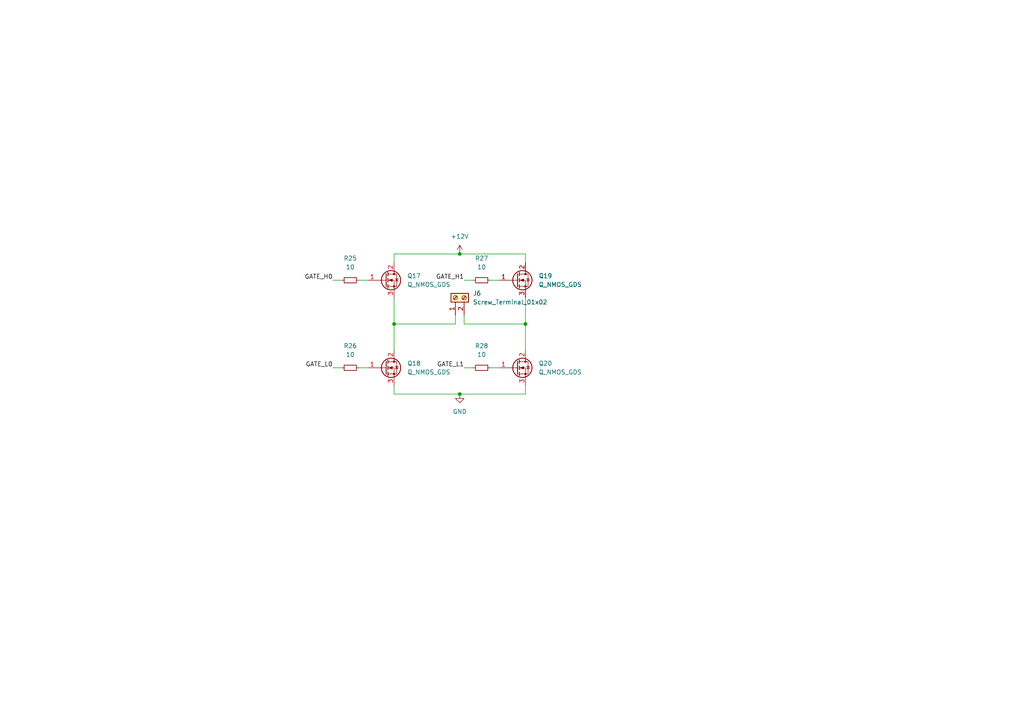
<source format=kicad_sch>
(kicad_sch (version 20211123) (generator eeschema)
  (paper "A4")
  (lib_symbols
    (symbol "Connector:Screw_Terminal_01x02" (pin_names (offset 1.016) hide)
      (property "Reference" "J" (at 0 2.54 0))
      (property "Value" "Screw_Terminal_01x02" (at 0 -5.08 0))
      (symbol "Screw_Terminal_01x02_1_1"
        (rectangle (start -1.27 1.27) (end 1.27 -3.81) (stroke (width 0.254)) (fill (type background)))
        (circle (center 0 -2.54) (radius 0.635) (stroke (width 0.1524)))
        (polyline (pts (xy -0.5334 -2.2098) (xy 0.3302 -3.048)) (stroke (width 0.1524)))
        (polyline (pts (xy -0.5334 0.3302) (xy 0.3302 -0.508)) (stroke (width 0.1524)))
        (polyline (pts (xy -0.3556 -2.032) (xy 0.508 -2.8702)) (stroke (width 0.1524)))
        (polyline (pts (xy -0.3556 0.508) (xy 0.508 -0.3302)) (stroke (width 0.1524)))
        (circle (center 0 0) (radius 0.635) (stroke (width 0.1524)))
        (pin passive line (at -5.08 0 0) (length 3.81) (name "Pin_1") (number "1"))
        (pin passive line (at -5.08 -2.54 0) (length 3.81) (name "Pin_2") (number "2"))
      )
    )
    (symbol "Device:Q_NMOS_GDS" (pin_names (offset 0) hide)
      (property "Reference" "Q" (at 5.08 1.27 0))
      (property "Value" "Q_NMOS_GDS" (at 5.08 -1.27 0))
      (symbol "Q_NMOS_GDS_0_1"
        (polyline (pts (xy 0.254 0) (xy -2.54 0)))
        (polyline (pts (xy 0.254 1.905) (xy 0.254 -1.905)) (stroke (width 0.254)))
        (polyline (pts (xy 0.762 -1.27) (xy 0.762 -2.286)) (stroke (width 0.254)))
        (polyline (pts (xy 0.762 0.508) (xy 0.762 -0.508)) (stroke (width 0.254)))
        (polyline (pts (xy 0.762 2.286) (xy 0.762 1.27)) (stroke (width 0.254)))
        (polyline (pts (xy 2.54 2.54) (xy 2.54 1.778)))
        (polyline (pts (xy 2.54 -2.54) (xy 2.54 0) (xy 0.762 0)))
        (polyline (pts (xy 0.762 -1.778) (xy 3.302 -1.778) (xy 3.302 1.778) (xy 0.762 1.778)))
        (polyline (pts (xy 1.016 0) (xy 2.032 0.381) (xy 2.032 -0.381) (xy 1.016 0)) (fill (type outline)))
        (polyline (pts (xy 2.794 0.508) (xy 2.921 0.381) (xy 3.683 0.381) (xy 3.81 0.254)))
        (polyline (pts (xy 3.302 0.381) (xy 2.921 -0.254) (xy 3.683 -0.254) (xy 3.302 0.381)))
        (circle (center 1.651 0) (radius 2.794) (stroke (width 0.254)))
        (circle (center 2.54 -1.778) (radius 0.254) (fill (type outline)))
        (circle (center 2.54 1.778) (radius 0.254) (fill (type outline)))
      )
      (symbol "Q_NMOS_GDS_1_1"
        (pin input line (at -5.08 0 0) (length 2.54) (name "G") (number "1"))
        (pin passive line (at 2.54 5.08 270) (length 2.54) (name "D") (number "2"))
        (pin passive line (at 2.54 -5.08 90) (length 2.54) (name "S") (number "3"))
      )
    )
    (symbol "Device:R_Small" (pin_numbers hide) (pin_names (offset 0.254) hide)
      (property "Reference" "R" (at 0.762 0.508 0))
      (property "Value" "R_Small" (at 0.762 -1.016 0))
      (symbol "R_Small_0_1"
        (rectangle (start -0.762 1.778) (end 0.762 -1.778) (stroke (width 0.2032)))
      )
      (symbol "R_Small_1_1"
        (pin passive line (at 0 2.54 270) (length 0.762) (name "~") (number "1"))
        (pin passive line (at 0 -2.54 90) (length 0.762) (name "~") (number "2"))
      )
    )
    (symbol "power:+12V" (power) (pin_names (offset 0))
      (property "Value" "+12V" (at 0 3.556 0))
      (symbol "+12V_0_1"
        (polyline (pts (xy -0.762 1.27) (xy 0 2.54)))
        (polyline (pts (xy 0 0) (xy 0 2.54)))
        (polyline (pts (xy 0 2.54) (xy 0.762 1.27)))
      )
      (symbol "+12V_1_1"
        (pin power_in line (at 0 0 90) (length 0) hide (name "+12V") (number "1"))
      )
    )
    (symbol "power:GND" (power) (pin_names (offset 0))
      (property "Value" "GND" (at 0 -3.81 0))
      (symbol "GND_0_1"
        (polyline (pts (xy 0 0) (xy 0 -1.27) (xy 1.27 -1.27) (xy 0 -2.54) (xy -1.27 -1.27) (xy 0 -1.27)))
      )
      (symbol "GND_1_1"
        (pin power_in line (at 0 0 270) (length 0) hide (name "GND") (number "1"))
      )
    )
  )
  (junction (at 133.35 73.66))
  (junction (at 114.3 93.98))
  (junction (at 152.4 93.98))
  (junction (at 133.35 114.3))
  (wire (pts (xy 114.3 73.66) (xy 133.35 73.66)))
  (wire (pts (xy 114.3 114.3) (xy 133.35 114.3)))
  (wire (pts (xy 114.3 93.98) (xy 132.08 93.98)))
  (wire (pts (xy 114.3 86.36) (xy 114.3 93.98)))
  (wire (pts (xy 134.62 106.68) (xy 137.16 106.68)))
  (wire (pts (xy 133.35 114.3) (xy 152.4 114.3)))
  (wire (pts (xy 132.08 93.98) (xy 132.08 91.44)))
  (wire (pts (xy 104.14 106.68) (xy 106.68 106.68)))
  (wire (pts (xy 152.4 86.36) (xy 152.4 93.98)))
  (wire (pts (xy 114.3 111.76) (xy 114.3 114.3)))
  (wire (pts (xy 114.3 76.2) (xy 114.3 73.66)))
  (wire (pts (xy 142.24 81.28) (xy 144.78 81.28)))
  (wire (pts (xy 134.62 81.28) (xy 137.16 81.28)))
  (wire (pts (xy 152.4 73.66) (xy 152.4 76.2)))
  (wire (pts (xy 134.62 91.44) (xy 134.62 93.98)))
  (wire (pts (xy 104.14 81.28) (xy 106.68 81.28)))
  (wire (pts (xy 152.4 93.98) (xy 152.4 101.6)))
  (wire (pts (xy 133.35 73.66) (xy 152.4 73.66)))
  (wire (pts (xy 142.24 106.68) (xy 144.78 106.68)))
  (wire (pts (xy 96.52 106.68) (xy 99.06 106.68)))
  (wire (pts (xy 114.3 93.98) (xy 114.3 101.6)))
  (wire (pts (xy 134.62 93.98) (xy 152.4 93.98)))
  (wire (pts (xy 152.4 114.3) (xy 152.4 111.76)))
  (wire (pts (xy 96.52 81.28) (xy 99.06 81.28)))
  (label "GATE_L0" (at 96.52 106.68 180))
  (label "GATE_H1" (at 134.62 81.28 180))
  (label "GATE_L1" (at 134.62 106.68 180))
  (label "GATE_H0" (at 96.52 81.28 180))
  (symbol (lib_id "Device:R_Small") (at 101.6 106.68 90) (unit 1)
    (property "Reference" "R26" (at 101.6 100.33 90))
    (property "Value" "10" (at 101.6 102.87 90))
    (property "Footprint" "Resistor_SMD:R_0603_1608Metric" (effects hide))
  )
  (symbol (lib_id "Device:R_Small") (at 101.6 81.28 90) (unit 1)
    (property "Reference" "R25" (at 101.6 74.93 90))
    (property "Value" "10" (at 101.6 77.47 90))
    (property "Footprint" "Resistor_SMD:R_0603_1608Metric" (effects hide))
  )
  (symbol (lib_id "Connector:Screw_Terminal_01x02") (at 132.08 86.36 90) (unit 1)
    (property "Reference" "J6" (at 137.16 85.0899 90) (effects (justify right)))
    (property "Value" "Screw_Terminal_01x02" (at 137.16 87.6299 90) (effects (justify right)))
    (property "Footprint" "Connector_Wire:SolderWire-2.5sqmm_1x02_P8.8mm_D2.4mm_OD4.4mm" (effects hide))
  )
  (symbol (lib_id "power:GND") (at 133.35 114.3 0) (unit 1)
    (property "Reference" "#PWR047" (effects hide))
    (property "Value" "GND" (at 133.35 119.38 0))
  )
  (symbol (lib_id "Device:R_Small") (at 139.7 106.68 90) (unit 1)
    (property "Reference" "R28" (at 139.7 100.33 90))
    (property "Value" "10" (at 139.7 102.87 90))
    (property "Footprint" "Resistor_SMD:R_0603_1608Metric" (effects hide))
  )
  (symbol (lib_id "Device:Q_NMOS_GDS") (at 111.76 81.28 0) (unit 1)
    (property "Reference" "Q17" (at 118.11 80.0099 0) (effects (justify left)))
    (property "Value" "Q_NMOS_GDS" (at 118.11 82.5499 0) (effects (justify left)))
    (property "Footprint" "Package_TO_SOT_SMD:SOT-23" (effects hide))
  )
  (symbol (lib_id "Device:Q_NMOS_GDS") (at 149.86 106.68 0) (unit 1)
    (property "Reference" "Q20" (at 156.21 105.4099 0) (effects (justify left)))
    (property "Value" "Q_NMOS_GDS" (at 156.21 107.9499 0) (effects (justify left)))
    (property "Footprint" "Package_TO_SOT_SMD:SOT-23" (effects hide))
  )
  (symbol (lib_id "power:+12V") (at 133.35 73.66 0) (unit 1)
    (property "Reference" "#PWR046" (effects hide))
    (property "Value" "+12V" (at 133.35 68.58 0))
  )
  (symbol (lib_id "Device:Q_NMOS_GDS") (at 111.76 106.68 0) (unit 1)
    (property "Reference" "Q18" (at 118.11 105.4099 0) (effects (justify left)))
    (property "Value" "Q_NMOS_GDS" (at 118.11 107.9499 0) (effects (justify left)))
    (property "Footprint" "Package_TO_SOT_SMD:SOT-23" (effects hide))
  )
  (symbol (lib_id "Device:Q_NMOS_GDS") (at 149.86 81.28 0) (unit 1)
    (property "Reference" "Q19" (at 156.21 80.0099 0) (effects (justify left)))
    (property "Value" "Q_NMOS_GDS" (at 156.21 82.5499 0) (effects (justify left)))
    (property "Footprint" "Package_TO_SOT_SMD:SOT-23" (effects hide))
  )
  (symbol (lib_id "Device:R_Small") (at 139.7 81.28 90) (unit 1)
    (property "Reference" "R27" (at 139.7 74.93 90))
    (property "Value" "10" (at 139.7 77.47 90))
    (property "Footprint" "Resistor_SMD:R_0603_1608Metric" (effects hide))
  )
)
</source>
